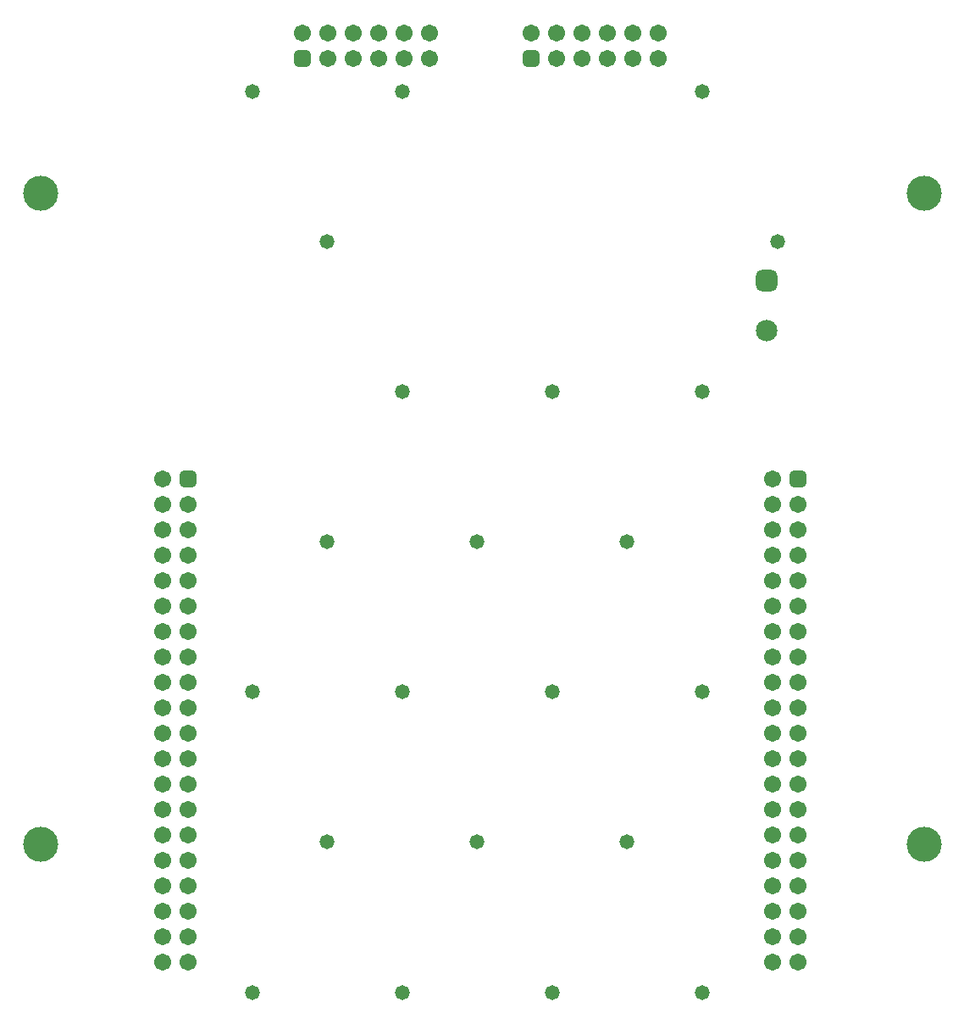
<source format=gbr>
%TF.GenerationSoftware,Altium Limited,Altium Designer,23.6.0 (18)*%
G04 Layer_Color=16711935*
%FSLAX45Y45*%
%MOMM*%
%TF.SameCoordinates,8094E8B3-5A3C-4876-ADF7-68A746E10FBF*%
%TF.FilePolarity,Negative*%
%TF.FileFunction,Soldermask,Bot*%
%TF.Part,Single*%
G01*
G75*
%TA.AperFunction,ViaPad*%
%ADD16C,3.50000*%
%TA.AperFunction,ComponentPad*%
G04:AMPARAMS|DCode=22|XSize=2.1532mm|YSize=2.1532mm|CornerRadius=0.5891mm|HoleSize=0mm|Usage=FLASHONLY|Rotation=270.000|XOffset=0mm|YOffset=0mm|HoleType=Round|Shape=RoundedRectangle|*
%AMROUNDEDRECTD22*
21,1,2.15320,0.97500,0,0,270.0*
21,1,0.97500,2.15320,0,0,270.0*
1,1,1.17820,-0.48750,-0.48750*
1,1,1.17820,-0.48750,0.48750*
1,1,1.17820,0.48750,0.48750*
1,1,1.17820,0.48750,-0.48750*
%
%ADD22ROUNDEDRECTD22*%
%ADD23C,2.15320*%
%ADD24C,1.70320*%
G04:AMPARAMS|DCode=25|XSize=1.7032mm|YSize=1.7032mm|CornerRadius=0.4766mm|HoleSize=0mm|Usage=FLASHONLY|Rotation=0.000|XOffset=0mm|YOffset=0mm|HoleType=Round|Shape=RoundedRectangle|*
%AMROUNDEDRECTD25*
21,1,1.70320,0.75000,0,0,0.0*
21,1,0.75000,1.70320,0,0,0.0*
1,1,0.95320,0.37500,-0.37500*
1,1,0.95320,-0.37500,-0.37500*
1,1,0.95320,-0.37500,0.37500*
1,1,0.95320,0.37500,0.37500*
%
%ADD25ROUNDEDRECTD25*%
G04:AMPARAMS|DCode=26|XSize=1.7032mm|YSize=1.7032mm|CornerRadius=0.4766mm|HoleSize=0mm|Usage=FLASHONLY|Rotation=270.000|XOffset=0mm|YOffset=0mm|HoleType=Round|Shape=RoundedRectangle|*
%AMROUNDEDRECTD26*
21,1,1.70320,0.75000,0,0,270.0*
21,1,0.75000,1.70320,0,0,270.0*
1,1,0.95320,-0.37500,-0.37500*
1,1,0.95320,-0.37500,0.37500*
1,1,0.95320,0.37500,0.37500*
1,1,0.95320,0.37500,-0.37500*
%
%ADD26ROUNDEDRECTD26*%
%TA.AperFunction,ViaPad*%
%ADD27C,1.47320*%
D16*
X18714999Y9480000D02*
D03*
X9885000Y2980000D02*
D03*
Y9480000D02*
D03*
X18714999Y2980000D02*
D03*
D22*
X17145000Y8610000D02*
D03*
D23*
Y8110000D02*
D03*
D24*
X16056013Y11084000D02*
D03*
X15802014D02*
D03*
X16056013Y10830000D02*
D03*
X15802014D02*
D03*
X15040015Y11084000D02*
D03*
Y10830000D02*
D03*
X14786014Y11084000D02*
D03*
X15294014Y10830000D02*
D03*
Y11084000D02*
D03*
X15548013Y10830000D02*
D03*
Y11084000D02*
D03*
X13770000D02*
D03*
X13516000D02*
D03*
X13770000Y10830000D02*
D03*
X13516000D02*
D03*
X12754000Y11084000D02*
D03*
Y10830000D02*
D03*
X12500000Y11084000D02*
D03*
X13008000Y10830000D02*
D03*
Y11084000D02*
D03*
X13262000Y10830000D02*
D03*
Y11084000D02*
D03*
X17206000Y1800000D02*
D03*
Y2054000D02*
D03*
Y2308000D02*
D03*
X17460001Y1800000D02*
D03*
Y2054000D02*
D03*
Y2308000D02*
D03*
X17206000Y3070000D02*
D03*
X17460001D02*
D03*
X17206000Y3578000D02*
D03*
X17460001D02*
D03*
X17206000Y3832000D02*
D03*
X17460001D02*
D03*
X17206000Y4086000D02*
D03*
X17460001D02*
D03*
X17206000Y4340000D02*
D03*
X17460001D02*
D03*
X17206000Y4848000D02*
D03*
X17460001D02*
D03*
X17206000Y5356000D02*
D03*
X17460001D02*
D03*
X17206000Y5864000D02*
D03*
X17460001D02*
D03*
X17206000Y6626000D02*
D03*
X17460001Y6372000D02*
D03*
X17206000D02*
D03*
X17460001Y6118000D02*
D03*
X17206000D02*
D03*
X17460001Y5610000D02*
D03*
X17206000D02*
D03*
X17460001Y5102000D02*
D03*
X17206000D02*
D03*
X17460001Y4594000D02*
D03*
X17206000D02*
D03*
X17460001Y3324000D02*
D03*
X17206000D02*
D03*
X17460001Y2816000D02*
D03*
X17206000D02*
D03*
X17460001Y2562000D02*
D03*
X17206000D02*
D03*
X11109312Y1797500D02*
D03*
Y2051500D02*
D03*
Y2305500D02*
D03*
X11363312Y1797500D02*
D03*
Y2051500D02*
D03*
Y2305500D02*
D03*
X11109312Y3067500D02*
D03*
X11363312D02*
D03*
X11109312Y3575500D02*
D03*
X11363312D02*
D03*
X11109312Y3829500D02*
D03*
X11363312D02*
D03*
X11109312Y4083500D02*
D03*
X11363312D02*
D03*
X11109312Y4337500D02*
D03*
X11363312D02*
D03*
X11109312Y4845500D02*
D03*
X11363312D02*
D03*
X11109312Y5353500D02*
D03*
X11363312D02*
D03*
X11109312Y5861500D02*
D03*
X11363312D02*
D03*
X11109312Y6623500D02*
D03*
X11363312Y6369500D02*
D03*
X11109312D02*
D03*
X11363312Y6115500D02*
D03*
X11109312D02*
D03*
X11363312Y5607500D02*
D03*
X11109312D02*
D03*
X11363312Y5099500D02*
D03*
X11109312D02*
D03*
X11363312Y4591500D02*
D03*
X11109312D02*
D03*
X11363312Y3321500D02*
D03*
X11109312D02*
D03*
X11363312Y2813500D02*
D03*
X11109312D02*
D03*
X11363312Y2559500D02*
D03*
X11109312D02*
D03*
D25*
X14786014Y10830000D02*
D03*
X12500000D02*
D03*
D26*
X17460001Y6626000D02*
D03*
X11363312Y6623500D02*
D03*
D27*
X16500002Y10500000D02*
D03*
X17250002Y9000000D02*
D03*
X16500002Y7500000D02*
D03*
Y4500000D02*
D03*
Y1500000D02*
D03*
X15000000Y7500000D02*
D03*
X15750002Y6000000D02*
D03*
X15000000Y4500000D02*
D03*
X15750002Y3000000D02*
D03*
X15000000Y1500000D02*
D03*
X13500000Y10500000D02*
D03*
Y7500000D02*
D03*
X14250000Y6000000D02*
D03*
X13500000Y4500000D02*
D03*
X14250000Y3000000D02*
D03*
X13500000Y1500000D02*
D03*
X12000000Y10500000D02*
D03*
X12750000Y9000000D02*
D03*
Y6000000D02*
D03*
X12000000Y4500000D02*
D03*
X12750000Y3000000D02*
D03*
X12000000Y1500000D02*
D03*
%TF.MD5,1b034237888917a339f25d145657d270*%
M02*

</source>
